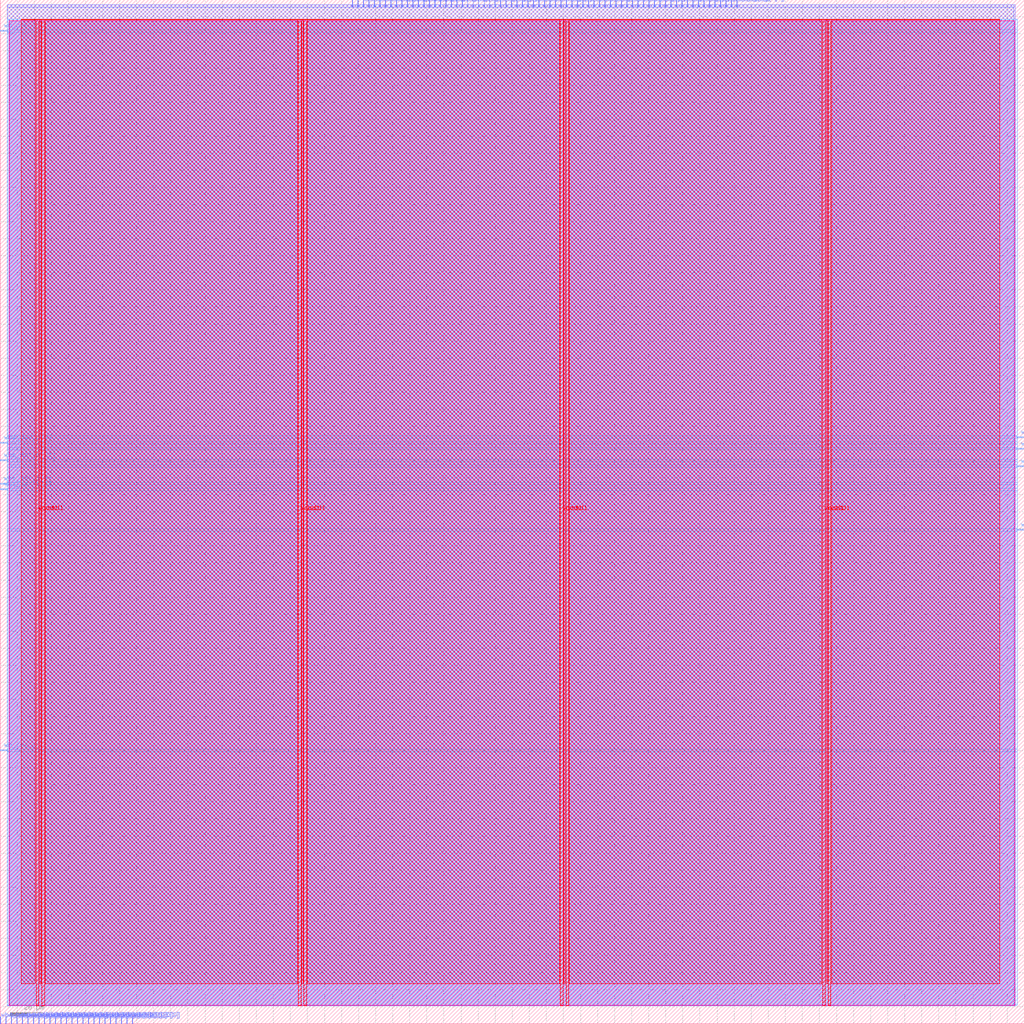
<source format=lef>
VERSION 5.7 ;
  NOWIREEXTENSIONATPIN ON ;
  DIVIDERCHAR "/" ;
  BUSBITCHARS "[]" ;
MACRO ffram_WB_Wrapper
  CLASS BLOCK ;
  FOREIGN ffram_WB_Wrapper ;
  ORIGIN 0.000 0.000 ;
  SIZE 600.000 BY 600.000 ;
  PIN vccd1
    DIRECTION INOUT ;
    USE POWER ;
    PORT
      LAYER met4 ;
        RECT 21.040 10.640 22.640 587.760 ;
    END
    PORT
      LAYER met4 ;
        RECT 174.640 10.640 176.240 587.760 ;
    END
    PORT
      LAYER met4 ;
        RECT 328.240 10.640 329.840 587.760 ;
    END
    PORT
      LAYER met4 ;
        RECT 481.840 10.640 483.440 587.760 ;
    END
  END vccd1
  PIN vssd1
    DIRECTION INOUT ;
    USE GROUND ;
    PORT
      LAYER met4 ;
        RECT 24.340 10.640 25.940 587.760 ;
    END
    PORT
      LAYER met4 ;
        RECT 177.940 10.640 179.540 587.760 ;
    END
    PORT
      LAYER met4 ;
        RECT 331.540 10.640 333.140 587.760 ;
    END
    PORT
      LAYER met4 ;
        RECT 485.140 10.640 486.740 587.760 ;
    END
  END vssd1
  PIN wb_clk_i
    DIRECTION INPUT ;
    USE SIGNAL ;
    ANTENNAGATEAREA 0.852000 ;
    ANTENNADIFFAREA 0.434700 ;
    PORT
      LAYER met3 ;
        RECT 0.000 581.440 4.000 582.040 ;
    END
  END wb_clk_i
  PIN wb_rst_i
    DIRECTION INPUT ;
    USE SIGNAL ;
    ANTENNAGATEAREA 0.196500 ;
    ANTENNADIFFAREA 0.434700 ;
    PORT
      LAYER met3 ;
        RECT 0.000 159.840 4.000 160.440 ;
    END
  END wb_rst_i
  PIN wbs_ack_o
    DIRECTION OUTPUT ;
    USE SIGNAL ;
    ANTENNADIFFAREA 0.795200 ;
    PORT
      LAYER met2 ;
        RECT 206.170 596.000 206.450 600.000 ;
    END
  END wbs_ack_o
  PIN wbs_adr_i[0]
    DIRECTION INPUT ;
    USE SIGNAL ;
    PORT
      LAYER met2 ;
        RECT 0.090 0.000 0.370 4.000 ;
    END
  END wbs_adr_i[0]
  PIN wbs_adr_i[10]
    DIRECTION INPUT ;
    USE SIGNAL ;
    PORT
      LAYER met2 ;
        RECT 3.310 0.000 3.590 4.000 ;
    END
  END wbs_adr_i[10]
  PIN wbs_adr_i[11]
    DIRECTION INPUT ;
    USE SIGNAL ;
    PORT
      LAYER met2 ;
        RECT 6.530 0.000 6.810 4.000 ;
    END
  END wbs_adr_i[11]
  PIN wbs_adr_i[12]
    DIRECTION INPUT ;
    USE SIGNAL ;
    PORT
      LAYER met2 ;
        RECT 9.750 0.000 10.030 4.000 ;
    END
  END wbs_adr_i[12]
  PIN wbs_adr_i[13]
    DIRECTION INPUT ;
    USE SIGNAL ;
    PORT
      LAYER met2 ;
        RECT 12.970 0.000 13.250 4.000 ;
    END
  END wbs_adr_i[13]
  PIN wbs_adr_i[14]
    DIRECTION INPUT ;
    USE SIGNAL ;
    PORT
      LAYER met2 ;
        RECT 16.190 0.000 16.470 4.000 ;
    END
  END wbs_adr_i[14]
  PIN wbs_adr_i[15]
    DIRECTION INPUT ;
    USE SIGNAL ;
    PORT
      LAYER met2 ;
        RECT 19.410 0.000 19.690 4.000 ;
    END
  END wbs_adr_i[15]
  PIN wbs_adr_i[16]
    DIRECTION INPUT ;
    USE SIGNAL ;
    PORT
      LAYER met2 ;
        RECT 22.630 0.000 22.910 4.000 ;
    END
  END wbs_adr_i[16]
  PIN wbs_adr_i[17]
    DIRECTION INPUT ;
    USE SIGNAL ;
    PORT
      LAYER met2 ;
        RECT 25.850 0.000 26.130 4.000 ;
    END
  END wbs_adr_i[17]
  PIN wbs_adr_i[18]
    DIRECTION INPUT ;
    USE SIGNAL ;
    PORT
      LAYER met2 ;
        RECT 29.070 0.000 29.350 4.000 ;
    END
  END wbs_adr_i[18]
  PIN wbs_adr_i[19]
    DIRECTION INPUT ;
    USE SIGNAL ;
    PORT
      LAYER met2 ;
        RECT 32.290 0.000 32.570 4.000 ;
    END
  END wbs_adr_i[19]
  PIN wbs_adr_i[1]
    DIRECTION INPUT ;
    USE SIGNAL ;
    PORT
      LAYER met2 ;
        RECT 35.510 0.000 35.790 4.000 ;
    END
  END wbs_adr_i[1]
  PIN wbs_adr_i[20]
    DIRECTION INPUT ;
    USE SIGNAL ;
    PORT
      LAYER met2 ;
        RECT 38.730 0.000 39.010 4.000 ;
    END
  END wbs_adr_i[20]
  PIN wbs_adr_i[21]
    DIRECTION INPUT ;
    USE SIGNAL ;
    PORT
      LAYER met2 ;
        RECT 41.950 0.000 42.230 4.000 ;
    END
  END wbs_adr_i[21]
  PIN wbs_adr_i[22]
    DIRECTION INPUT ;
    USE SIGNAL ;
    PORT
      LAYER met2 ;
        RECT 45.170 0.000 45.450 4.000 ;
    END
  END wbs_adr_i[22]
  PIN wbs_adr_i[23]
    DIRECTION INPUT ;
    USE SIGNAL ;
    PORT
      LAYER met2 ;
        RECT 48.390 0.000 48.670 4.000 ;
    END
  END wbs_adr_i[23]
  PIN wbs_adr_i[24]
    DIRECTION INPUT ;
    USE SIGNAL ;
    PORT
      LAYER met2 ;
        RECT 51.610 0.000 51.890 4.000 ;
    END
  END wbs_adr_i[24]
  PIN wbs_adr_i[25]
    DIRECTION INPUT ;
    USE SIGNAL ;
    PORT
      LAYER met2 ;
        RECT 54.830 0.000 55.110 4.000 ;
    END
  END wbs_adr_i[25]
  PIN wbs_adr_i[26]
    DIRECTION INPUT ;
    USE SIGNAL ;
    PORT
      LAYER met2 ;
        RECT 58.050 0.000 58.330 4.000 ;
    END
  END wbs_adr_i[26]
  PIN wbs_adr_i[27]
    DIRECTION INPUT ;
    USE SIGNAL ;
    PORT
      LAYER met2 ;
        RECT 61.270 0.000 61.550 4.000 ;
    END
  END wbs_adr_i[27]
  PIN wbs_adr_i[28]
    DIRECTION INPUT ;
    USE SIGNAL ;
    PORT
      LAYER met2 ;
        RECT 64.490 0.000 64.770 4.000 ;
    END
  END wbs_adr_i[28]
  PIN wbs_adr_i[29]
    DIRECTION INPUT ;
    USE SIGNAL ;
    PORT
      LAYER met2 ;
        RECT 67.710 0.000 67.990 4.000 ;
    END
  END wbs_adr_i[29]
  PIN wbs_adr_i[2]
    DIRECTION INPUT ;
    USE SIGNAL ;
    ANTENNAGATEAREA 0.213000 ;
    ANTENNADIFFAREA 0.434700 ;
    PORT
      LAYER met2 ;
        RECT 215.830 596.000 216.110 600.000 ;
    END
  END wbs_adr_i[2]
  PIN wbs_adr_i[30]
    DIRECTION INPUT ;
    USE SIGNAL ;
    PORT
      LAYER met2 ;
        RECT 70.930 0.000 71.210 4.000 ;
    END
  END wbs_adr_i[30]
  PIN wbs_adr_i[31]
    DIRECTION INPUT ;
    USE SIGNAL ;
    PORT
      LAYER met2 ;
        RECT 74.150 0.000 74.430 4.000 ;
    END
  END wbs_adr_i[31]
  PIN wbs_adr_i[3]
    DIRECTION INPUT ;
    USE SIGNAL ;
    ANTENNAGATEAREA 0.159000 ;
    ANTENNADIFFAREA 0.434700 ;
    PORT
      LAYER met3 ;
        RECT 596.000 289.040 600.000 289.640 ;
    END
  END wbs_adr_i[3]
  PIN wbs_adr_i[4]
    DIRECTION INPUT ;
    USE SIGNAL ;
    ANTENNAGATEAREA 0.213000 ;
    ANTENNADIFFAREA 0.434700 ;
    PORT
      LAYER met3 ;
        RECT 0.000 316.240 4.000 316.840 ;
    END
  END wbs_adr_i[4]
  PIN wbs_adr_i[5]
    DIRECTION INPUT ;
    USE SIGNAL ;
    ANTENNAGATEAREA 0.159000 ;
    ANTENNADIFFAREA 0.434700 ;
    PORT
      LAYER met3 ;
        RECT 0.000 312.840 4.000 313.440 ;
    END
  END wbs_adr_i[5]
  PIN wbs_adr_i[6]
    DIRECTION INPUT ;
    USE SIGNAL ;
    ANTENNAGATEAREA 0.213000 ;
    ANTENNADIFFAREA 0.434700 ;
    PORT
      LAYER met2 ;
        RECT 273.790 596.000 274.070 600.000 ;
    END
  END wbs_adr_i[6]
  PIN wbs_adr_i[7]
    DIRECTION INPUT ;
    USE SIGNAL ;
    ANTENNAGATEAREA 0.213000 ;
    ANTENNADIFFAREA 0.434700 ;
    PORT
      LAYER met2 ;
        RECT 283.450 596.000 283.730 600.000 ;
    END
  END wbs_adr_i[7]
  PIN wbs_adr_i[8]
    DIRECTION INPUT ;
    USE SIGNAL ;
    ANTENNAGATEAREA 0.213000 ;
    ANTENNADIFFAREA 0.434700 ;
    PORT
      LAYER met2 ;
        RECT 286.670 596.000 286.950 600.000 ;
    END
  END wbs_adr_i[8]
  PIN wbs_adr_i[9]
    DIRECTION INPUT ;
    USE SIGNAL ;
    PORT
      LAYER met2 ;
        RECT 77.370 0.000 77.650 4.000 ;
    END
  END wbs_adr_i[9]
  PIN wbs_cyc_i
    DIRECTION INPUT ;
    USE SIGNAL ;
    ANTENNAGATEAREA 0.213000 ;
    ANTENNADIFFAREA 0.434700 ;
    PORT
      LAYER met2 ;
        RECT 302.770 596.000 303.050 600.000 ;
    END
  END wbs_cyc_i
  PIN wbs_dat_i[0]
    DIRECTION INPUT ;
    USE SIGNAL ;
    ANTENNAGATEAREA 0.213000 ;
    ANTENNADIFFAREA 0.434700 ;
    PORT
      LAYER met2 ;
        RECT 431.570 596.000 431.850 600.000 ;
    END
  END wbs_dat_i[0]
  PIN wbs_dat_i[10]
    DIRECTION INPUT ;
    USE SIGNAL ;
    ANTENNAGATEAREA 0.196500 ;
    ANTENNADIFFAREA 0.434700 ;
    PORT
      LAYER met2 ;
        RECT 425.130 596.000 425.410 600.000 ;
    END
  END wbs_dat_i[10]
  PIN wbs_dat_i[11]
    DIRECTION INPUT ;
    USE SIGNAL ;
    ANTENNAGATEAREA 0.213000 ;
    ANTENNADIFFAREA 0.434700 ;
    PORT
      LAYER met2 ;
        RECT 325.310 596.000 325.590 600.000 ;
    END
  END wbs_dat_i[11]
  PIN wbs_dat_i[12]
    DIRECTION INPUT ;
    USE SIGNAL ;
    ANTENNAGATEAREA 0.196500 ;
    ANTENNADIFFAREA 0.434700 ;
    PORT
      LAYER met2 ;
        RECT 389.710 596.000 389.990 600.000 ;
    END
  END wbs_dat_i[12]
  PIN wbs_dat_i[13]
    DIRECTION INPUT ;
    USE SIGNAL ;
    ANTENNAGATEAREA 0.196500 ;
    ANTENNADIFFAREA 0.434700 ;
    PORT
      LAYER met2 ;
        RECT 322.090 596.000 322.370 600.000 ;
    END
  END wbs_dat_i[13]
  PIN wbs_dat_i[14]
    DIRECTION INPUT ;
    USE SIGNAL ;
    ANTENNAGATEAREA 0.213000 ;
    ANTENNADIFFAREA 0.434700 ;
    PORT
      LAYER met2 ;
        RECT 386.490 596.000 386.770 600.000 ;
    END
  END wbs_dat_i[14]
  PIN wbs_dat_i[15]
    DIRECTION INPUT ;
    USE SIGNAL ;
    ANTENNAGATEAREA 0.126000 ;
    ANTENNADIFFAREA 0.434700 ;
    PORT
      LAYER met2 ;
        RECT 331.750 596.000 332.030 600.000 ;
    END
  END wbs_dat_i[15]
  PIN wbs_dat_i[16]
    DIRECTION INPUT ;
    USE SIGNAL ;
    ANTENNAGATEAREA 0.213000 ;
    ANTENNADIFFAREA 0.434700 ;
    PORT
      LAYER met2 ;
        RECT 299.550 596.000 299.830 600.000 ;
    END
  END wbs_dat_i[16]
  PIN wbs_dat_i[17]
    DIRECTION INPUT ;
    USE SIGNAL ;
    ANTENNAGATEAREA 0.159000 ;
    ANTENNADIFFAREA 0.434700 ;
    PORT
      LAYER met2 ;
        RECT 248.030 596.000 248.310 600.000 ;
    END
  END wbs_dat_i[17]
  PIN wbs_dat_i[18]
    DIRECTION INPUT ;
    USE SIGNAL ;
    ANTENNAGATEAREA 0.196500 ;
    ANTENNADIFFAREA 0.434700 ;
    PORT
      LAYER met2 ;
        RECT 305.990 596.000 306.270 600.000 ;
    END
  END wbs_dat_i[18]
  PIN wbs_dat_i[19]
    DIRECTION INPUT ;
    USE SIGNAL ;
    ANTENNAGATEAREA 0.126000 ;
    ANTENNADIFFAREA 0.434700 ;
    PORT
      LAYER met2 ;
        RECT 270.570 596.000 270.850 600.000 ;
    END
  END wbs_dat_i[19]
  PIN wbs_dat_i[1]
    DIRECTION INPUT ;
    USE SIGNAL ;
    ANTENNAGATEAREA 0.196500 ;
    ANTENNADIFFAREA 0.434700 ;
    PORT
      LAYER met2 ;
        RECT 315.650 596.000 315.930 600.000 ;
    END
  END wbs_dat_i[1]
  PIN wbs_dat_i[20]
    DIRECTION INPUT ;
    USE SIGNAL ;
    ANTENNAGATEAREA 0.213000 ;
    ANTENNADIFFAREA 0.434700 ;
    PORT
      LAYER met2 ;
        RECT 309.210 596.000 309.490 600.000 ;
    END
  END wbs_dat_i[20]
  PIN wbs_dat_i[21]
    DIRECTION INPUT ;
    USE SIGNAL ;
    ANTENNAGATEAREA 0.196500 ;
    ANTENNADIFFAREA 0.434700 ;
    PORT
      LAYER met2 ;
        RECT 231.930 596.000 232.210 600.000 ;
    END
  END wbs_dat_i[21]
  PIN wbs_dat_i[22]
    DIRECTION INPUT ;
    USE SIGNAL ;
    ANTENNAGATEAREA 0.213000 ;
    ANTENNADIFFAREA 0.434700 ;
    PORT
      LAYER met2 ;
        RECT 241.590 596.000 241.870 600.000 ;
    END
  END wbs_dat_i[22]
  PIN wbs_dat_i[23]
    DIRECTION INPUT ;
    USE SIGNAL ;
    ANTENNAGATEAREA 0.126000 ;
    ANTENNADIFFAREA 0.434700 ;
    PORT
      LAYER met2 ;
        RECT 225.490 596.000 225.770 600.000 ;
    END
  END wbs_dat_i[23]
  PIN wbs_dat_i[24]
    DIRECTION INPUT ;
    USE SIGNAL ;
    ANTENNAGATEAREA 0.196500 ;
    ANTENNADIFFAREA 0.434700 ;
    PORT
      LAYER met2 ;
        RECT 334.970 596.000 335.250 600.000 ;
    END
  END wbs_dat_i[24]
  PIN wbs_dat_i[25]
    DIRECTION INPUT ;
    USE SIGNAL ;
    ANTENNAGATEAREA 0.213000 ;
    ANTENNADIFFAREA 0.434700 ;
    PORT
      LAYER met2 ;
        RECT 428.350 596.000 428.630 600.000 ;
    END
  END wbs_dat_i[25]
  PIN wbs_dat_i[26]
    DIRECTION INPUT ;
    USE SIGNAL ;
    ANTENNAGATEAREA 0.196500 ;
    ANTENNADIFFAREA 0.434700 ;
    PORT
      LAYER met2 ;
        RECT 289.890 596.000 290.170 600.000 ;
    END
  END wbs_dat_i[26]
  PIN wbs_dat_i[27]
    DIRECTION INPUT ;
    USE SIGNAL ;
    ANTENNAGATEAREA 0.213000 ;
    ANTENNADIFFAREA 0.434700 ;
    PORT
      LAYER met2 ;
        RECT 376.830 596.000 377.110 600.000 ;
    END
  END wbs_dat_i[27]
  PIN wbs_dat_i[28]
    DIRECTION INPUT ;
    USE SIGNAL ;
    ANTENNAGATEAREA 0.196500 ;
    ANTENNADIFFAREA 0.434700 ;
    PORT
      LAYER met2 ;
        RECT 409.030 596.000 409.310 600.000 ;
    END
  END wbs_dat_i[28]
  PIN wbs_dat_i[29]
    DIRECTION INPUT ;
    USE SIGNAL ;
    ANTENNAGATEAREA 0.196500 ;
    ANTENNADIFFAREA 0.434700 ;
    PORT
      LAYER met2 ;
        RECT 328.530 596.000 328.810 600.000 ;
    END
  END wbs_dat_i[29]
  PIN wbs_dat_i[2]
    DIRECTION INPUT ;
    USE SIGNAL ;
    ANTENNAGATEAREA 0.196500 ;
    ANTENNADIFFAREA 0.434700 ;
    PORT
      LAYER met2 ;
        RECT 396.150 596.000 396.430 600.000 ;
    END
  END wbs_dat_i[2]
  PIN wbs_dat_i[30]
    DIRECTION INPUT ;
    USE SIGNAL ;
    ANTENNAGATEAREA 0.196500 ;
    ANTENNADIFFAREA 0.434700 ;
    PORT
      LAYER met2 ;
        RECT 412.250 596.000 412.530 600.000 ;
    END
  END wbs_dat_i[30]
  PIN wbs_dat_i[31]
    DIRECTION INPUT ;
    USE SIGNAL ;
    ANTENNAGATEAREA 0.196500 ;
    ANTENNADIFFAREA 0.434700 ;
    PORT
      LAYER met2 ;
        RECT 380.050 596.000 380.330 600.000 ;
    END
  END wbs_dat_i[31]
  PIN wbs_dat_i[3]
    DIRECTION INPUT ;
    USE SIGNAL ;
    ANTENNAGATEAREA 0.196500 ;
    ANTENNADIFFAREA 0.434700 ;
    PORT
      LAYER met2 ;
        RECT 399.370 596.000 399.650 600.000 ;
    END
  END wbs_dat_i[3]
  PIN wbs_dat_i[4]
    DIRECTION INPUT ;
    USE SIGNAL ;
    ANTENNAGATEAREA 0.213000 ;
    ANTENNADIFFAREA 0.434700 ;
    PORT
      LAYER met2 ;
        RECT 367.170 596.000 367.450 600.000 ;
    END
  END wbs_dat_i[4]
  PIN wbs_dat_i[5]
    DIRECTION INPUT ;
    USE SIGNAL ;
    ANTENNAGATEAREA 0.213000 ;
    ANTENNADIFFAREA 0.434700 ;
    PORT
      LAYER met2 ;
        RECT 421.910 596.000 422.190 600.000 ;
    END
  END wbs_dat_i[5]
  PIN wbs_dat_i[6]
    DIRECTION INPUT ;
    USE SIGNAL ;
    ANTENNAGATEAREA 0.196500 ;
    ANTENNADIFFAREA 0.434700 ;
    PORT
      LAYER met2 ;
        RECT 370.390 596.000 370.670 600.000 ;
    END
  END wbs_dat_i[6]
  PIN wbs_dat_i[7]
    DIRECTION INPUT ;
    USE SIGNAL ;
    ANTENNAGATEAREA 0.213000 ;
    ANTENNADIFFAREA 0.434700 ;
    PORT
      LAYER met2 ;
        RECT 402.590 596.000 402.870 600.000 ;
    END
  END wbs_dat_i[7]
  PIN wbs_dat_i[8]
    DIRECTION INPUT ;
    USE SIGNAL ;
    ANTENNAGATEAREA 0.196500 ;
    ANTENNADIFFAREA 0.434700 ;
    PORT
      LAYER met2 ;
        RECT 415.470 596.000 415.750 600.000 ;
    END
  END wbs_dat_i[8]
  PIN wbs_dat_i[9]
    DIRECTION INPUT ;
    USE SIGNAL ;
    ANTENNAGATEAREA 0.126000 ;
    ANTENNADIFFAREA 0.434700 ;
    PORT
      LAYER met2 ;
        RECT 392.930 596.000 393.210 600.000 ;
    END
  END wbs_dat_i[9]
  PIN wbs_dat_o[0]
    DIRECTION OUTPUT ;
    USE SIGNAL ;
    ANTENNADIFFAREA 0.795200 ;
    PORT
      LAYER met2 ;
        RECT 212.610 596.000 212.890 600.000 ;
    END
  END wbs_dat_o[0]
  PIN wbs_dat_o[10]
    DIRECTION OUTPUT ;
    USE SIGNAL ;
    ANTENNADIFFAREA 0.795200 ;
    PORT
      LAYER met2 ;
        RECT 360.730 596.000 361.010 600.000 ;
    END
  END wbs_dat_o[10]
  PIN wbs_dat_o[11]
    DIRECTION OUTPUT ;
    USE SIGNAL ;
    ANTENNADIFFAREA 0.795200 ;
    PORT
      LAYER met2 ;
        RECT 219.050 596.000 219.330 600.000 ;
    END
  END wbs_dat_o[11]
  PIN wbs_dat_o[12]
    DIRECTION OUTPUT ;
    USE SIGNAL ;
    ANTENNADIFFAREA 0.795200 ;
    PORT
      LAYER met2 ;
        RECT 363.950 596.000 364.230 600.000 ;
    END
  END wbs_dat_o[12]
  PIN wbs_dat_o[13]
    DIRECTION OUTPUT ;
    USE SIGNAL ;
    ANTENNADIFFAREA 0.795200 ;
    PORT
      LAYER met2 ;
        RECT 354.290 596.000 354.570 600.000 ;
    END
  END wbs_dat_o[13]
  PIN wbs_dat_o[14]
    DIRECTION OUTPUT ;
    USE SIGNAL ;
    ANTENNADIFFAREA 0.795200 ;
    PORT
      LAYER met2 ;
        RECT 418.690 596.000 418.970 600.000 ;
    END
  END wbs_dat_o[14]
  PIN wbs_dat_o[15]
    DIRECTION OUTPUT ;
    USE SIGNAL ;
    ANTENNADIFFAREA 0.445500 ;
    PORT
      LAYER met3 ;
        RECT 596.000 336.640 600.000 337.240 ;
    END
  END wbs_dat_o[15]
  PIN wbs_dat_o[16]
    DIRECTION OUTPUT ;
    USE SIGNAL ;
    ANTENNADIFFAREA 0.795200 ;
    PORT
      LAYER met2 ;
        RECT 254.470 596.000 254.750 600.000 ;
    END
  END wbs_dat_o[16]
  PIN wbs_dat_o[17]
    DIRECTION OUTPUT ;
    USE SIGNAL ;
    ANTENNADIFFAREA 0.795200 ;
    PORT
      LAYER met2 ;
        RECT 293.110 596.000 293.390 600.000 ;
    END
  END wbs_dat_o[17]
  PIN wbs_dat_o[18]
    DIRECTION OUTPUT ;
    USE SIGNAL ;
    ANTENNADIFFAREA 0.795200 ;
    PORT
      LAYER met2 ;
        RECT 351.070 596.000 351.350 600.000 ;
    END
  END wbs_dat_o[18]
  PIN wbs_dat_o[19]
    DIRECTION OUTPUT ;
    USE SIGNAL ;
    ANTENNADIFFAREA 0.445500 ;
    PORT
      LAYER met3 ;
        RECT 596.000 326.440 600.000 327.040 ;
    END
  END wbs_dat_o[19]
  PIN wbs_dat_o[1]
    DIRECTION OUTPUT ;
    USE SIGNAL ;
    ANTENNADIFFAREA 0.795200 ;
    PORT
      LAYER met2 ;
        RECT 312.430 596.000 312.710 600.000 ;
    END
  END wbs_dat_o[1]
  PIN wbs_dat_o[20]
    DIRECTION OUTPUT ;
    USE SIGNAL ;
    ANTENNADIFFAREA 0.445500 ;
    PORT
      LAYER met3 ;
        RECT 596.000 343.440 600.000 344.040 ;
    END
  END wbs_dat_o[20]
  PIN wbs_dat_o[21]
    DIRECTION OUTPUT ;
    USE SIGNAL ;
    ANTENNADIFFAREA 0.445500 ;
    PORT
      LAYER met3 ;
        RECT 0.000 329.840 4.000 330.440 ;
    END
  END wbs_dat_o[21]
  PIN wbs_dat_o[22]
    DIRECTION OUTPUT ;
    USE SIGNAL ;
    ANTENNADIFFAREA 0.795200 ;
    PORT
      LAYER met2 ;
        RECT 235.150 596.000 235.430 600.000 ;
    END
  END wbs_dat_o[22]
  PIN wbs_dat_o[23]
    DIRECTION OUTPUT ;
    USE SIGNAL ;
    ANTENNADIFFAREA 0.795200 ;
    PORT
      LAYER met2 ;
        RECT 357.510 596.000 357.790 600.000 ;
    END
  END wbs_dat_o[23]
  PIN wbs_dat_o[24]
    DIRECTION OUTPUT ;
    USE SIGNAL ;
    ANTENNADIFFAREA 0.795200 ;
    PORT
      LAYER met2 ;
        RECT 405.810 596.000 406.090 600.000 ;
    END
  END wbs_dat_o[24]
  PIN wbs_dat_o[25]
    DIRECTION OUTPUT ;
    USE SIGNAL ;
    ANTENNADIFFAREA 0.795200 ;
    PORT
      LAYER met2 ;
        RECT 347.850 596.000 348.130 600.000 ;
    END
  END wbs_dat_o[25]
  PIN wbs_dat_o[26]
    DIRECTION OUTPUT ;
    USE SIGNAL ;
    ANTENNADIFFAREA 0.795200 ;
    PORT
      LAYER met2 ;
        RECT 296.330 596.000 296.610 600.000 ;
    END
  END wbs_dat_o[26]
  PIN wbs_dat_o[27]
    DIRECTION OUTPUT ;
    USE SIGNAL ;
    ANTENNADIFFAREA 0.795200 ;
    PORT
      LAYER met2 ;
        RECT 260.910 596.000 261.190 600.000 ;
    END
  END wbs_dat_o[27]
  PIN wbs_dat_o[28]
    DIRECTION OUTPUT ;
    USE SIGNAL ;
    ANTENNADIFFAREA 0.795200 ;
    PORT
      LAYER met2 ;
        RECT 344.630 596.000 344.910 600.000 ;
    END
  END wbs_dat_o[28]
  PIN wbs_dat_o[29]
    DIRECTION OUTPUT ;
    USE SIGNAL ;
    ANTENNADIFFAREA 0.795200 ;
    PORT
      LAYER met2 ;
        RECT 338.190 596.000 338.470 600.000 ;
    END
  END wbs_dat_o[29]
  PIN wbs_dat_o[2]
    DIRECTION OUTPUT ;
    USE SIGNAL ;
    ANTENNADIFFAREA 0.795200 ;
    PORT
      LAYER met2 ;
        RECT 222.270 596.000 222.550 600.000 ;
    END
  END wbs_dat_o[2]
  PIN wbs_dat_o[30]
    DIRECTION OUTPUT ;
    USE SIGNAL ;
    ANTENNADIFFAREA 0.795200 ;
    PORT
      LAYER met2 ;
        RECT 228.710 596.000 228.990 600.000 ;
    END
  END wbs_dat_o[30]
  PIN wbs_dat_o[31]
    DIRECTION OUTPUT ;
    USE SIGNAL ;
    ANTENNADIFFAREA 0.795200 ;
    PORT
      LAYER met2 ;
        RECT 277.010 596.000 277.290 600.000 ;
    END
  END wbs_dat_o[31]
  PIN wbs_dat_o[3]
    DIRECTION OUTPUT ;
    USE SIGNAL ;
    ANTENNADIFFAREA 0.795200 ;
    PORT
      LAYER met2 ;
        RECT 244.810 596.000 245.090 600.000 ;
    END
  END wbs_dat_o[3]
  PIN wbs_dat_o[4]
    DIRECTION OUTPUT ;
    USE SIGNAL ;
    ANTENNADIFFAREA 0.795200 ;
    PORT
      LAYER met2 ;
        RECT 257.690 596.000 257.970 600.000 ;
    END
  END wbs_dat_o[4]
  PIN wbs_dat_o[5]
    DIRECTION OUTPUT ;
    USE SIGNAL ;
    ANTENNADIFFAREA 0.795200 ;
    PORT
      LAYER met2 ;
        RECT 251.250 596.000 251.530 600.000 ;
    END
  END wbs_dat_o[5]
  PIN wbs_dat_o[6]
    DIRECTION OUTPUT ;
    USE SIGNAL ;
    ANTENNADIFFAREA 0.795200 ;
    PORT
      LAYER met2 ;
        RECT 318.870 596.000 319.150 600.000 ;
    END
  END wbs_dat_o[6]
  PIN wbs_dat_o[7]
    DIRECTION OUTPUT ;
    USE SIGNAL ;
    ANTENNADIFFAREA 0.795200 ;
    PORT
      LAYER met2 ;
        RECT 264.130 596.000 264.410 600.000 ;
    END
  END wbs_dat_o[7]
  PIN wbs_dat_o[8]
    DIRECTION OUTPUT ;
    USE SIGNAL ;
    ANTENNADIFFAREA 0.795200 ;
    PORT
      LAYER met2 ;
        RECT 238.370 596.000 238.650 600.000 ;
    END
  END wbs_dat_o[8]
  PIN wbs_dat_o[9]
    DIRECTION OUTPUT ;
    USE SIGNAL ;
    ANTENNADIFFAREA 0.445500 ;
    PORT
      LAYER met3 ;
        RECT 0.000 340.040 4.000 340.640 ;
    END
  END wbs_dat_o[9]
  PIN wbs_sel_i[0]
    DIRECTION INPUT ;
    USE SIGNAL ;
    ANTENNAGATEAREA 0.196500 ;
    ANTENNADIFFAREA 0.434700 ;
    PORT
      LAYER met2 ;
        RECT 341.410 596.000 341.690 600.000 ;
    END
  END wbs_sel_i[0]
  PIN wbs_sel_i[1]
    DIRECTION INPUT ;
    USE SIGNAL ;
    ANTENNAGATEAREA 0.196500 ;
    ANTENNADIFFAREA 0.434700 ;
    PORT
      LAYER met2 ;
        RECT 383.270 596.000 383.550 600.000 ;
    END
  END wbs_sel_i[1]
  PIN wbs_sel_i[2]
    DIRECTION INPUT ;
    USE SIGNAL ;
    ANTENNAGATEAREA 0.126000 ;
    ANTENNADIFFAREA 0.434700 ;
    PORT
      LAYER met2 ;
        RECT 280.230 596.000 280.510 600.000 ;
    END
  END wbs_sel_i[2]
  PIN wbs_sel_i[3]
    DIRECTION INPUT ;
    USE SIGNAL ;
    ANTENNAGATEAREA 0.196500 ;
    ANTENNADIFFAREA 0.434700 ;
    PORT
      LAYER met2 ;
        RECT 373.610 596.000 373.890 600.000 ;
    END
  END wbs_sel_i[3]
  PIN wbs_stb_i
    DIRECTION INPUT ;
    USE SIGNAL ;
    ANTENNAGATEAREA 0.126000 ;
    ANTENNADIFFAREA 0.434700 ;
    PORT
      LAYER met2 ;
        RECT 209.390 596.000 209.670 600.000 ;
    END
  END wbs_stb_i
  PIN wbs_we_i
    DIRECTION INPUT ;
    USE SIGNAL ;
    ANTENNAGATEAREA 0.196500 ;
    ANTENNADIFFAREA 0.434700 ;
    PORT
      LAYER met2 ;
        RECT 267.350 596.000 267.630 600.000 ;
    END
  END wbs_we_i
  OBS
      LAYER nwell ;
        RECT 5.330 10.795 594.510 587.605 ;
      LAYER li1 ;
        RECT 5.520 10.795 594.320 587.605 ;
      LAYER met1 ;
        RECT 4.210 10.640 594.620 597.000 ;
      LAYER met2 ;
        RECT 4.230 595.720 205.890 597.030 ;
        RECT 206.730 595.720 209.110 597.030 ;
        RECT 209.950 595.720 212.330 597.030 ;
        RECT 213.170 595.720 215.550 597.030 ;
        RECT 216.390 595.720 218.770 597.030 ;
        RECT 219.610 595.720 221.990 597.030 ;
        RECT 222.830 595.720 225.210 597.030 ;
        RECT 226.050 595.720 228.430 597.030 ;
        RECT 229.270 595.720 231.650 597.030 ;
        RECT 232.490 595.720 234.870 597.030 ;
        RECT 235.710 595.720 238.090 597.030 ;
        RECT 238.930 595.720 241.310 597.030 ;
        RECT 242.150 595.720 244.530 597.030 ;
        RECT 245.370 595.720 247.750 597.030 ;
        RECT 248.590 595.720 250.970 597.030 ;
        RECT 251.810 595.720 254.190 597.030 ;
        RECT 255.030 595.720 257.410 597.030 ;
        RECT 258.250 595.720 260.630 597.030 ;
        RECT 261.470 595.720 263.850 597.030 ;
        RECT 264.690 595.720 267.070 597.030 ;
        RECT 267.910 595.720 270.290 597.030 ;
        RECT 271.130 595.720 273.510 597.030 ;
        RECT 274.350 595.720 276.730 597.030 ;
        RECT 277.570 595.720 279.950 597.030 ;
        RECT 280.790 595.720 283.170 597.030 ;
        RECT 284.010 595.720 286.390 597.030 ;
        RECT 287.230 595.720 289.610 597.030 ;
        RECT 290.450 595.720 292.830 597.030 ;
        RECT 293.670 595.720 296.050 597.030 ;
        RECT 296.890 595.720 299.270 597.030 ;
        RECT 300.110 595.720 302.490 597.030 ;
        RECT 303.330 595.720 305.710 597.030 ;
        RECT 306.550 595.720 308.930 597.030 ;
        RECT 309.770 595.720 312.150 597.030 ;
        RECT 312.990 595.720 315.370 597.030 ;
        RECT 316.210 595.720 318.590 597.030 ;
        RECT 319.430 595.720 321.810 597.030 ;
        RECT 322.650 595.720 325.030 597.030 ;
        RECT 325.870 595.720 328.250 597.030 ;
        RECT 329.090 595.720 331.470 597.030 ;
        RECT 332.310 595.720 334.690 597.030 ;
        RECT 335.530 595.720 337.910 597.030 ;
        RECT 338.750 595.720 341.130 597.030 ;
        RECT 341.970 595.720 344.350 597.030 ;
        RECT 345.190 595.720 347.570 597.030 ;
        RECT 348.410 595.720 350.790 597.030 ;
        RECT 351.630 595.720 354.010 597.030 ;
        RECT 354.850 595.720 357.230 597.030 ;
        RECT 358.070 595.720 360.450 597.030 ;
        RECT 361.290 595.720 363.670 597.030 ;
        RECT 364.510 595.720 366.890 597.030 ;
        RECT 367.730 595.720 370.110 597.030 ;
        RECT 370.950 595.720 373.330 597.030 ;
        RECT 374.170 595.720 376.550 597.030 ;
        RECT 377.390 595.720 379.770 597.030 ;
        RECT 380.610 595.720 382.990 597.030 ;
        RECT 383.830 595.720 386.210 597.030 ;
        RECT 387.050 595.720 389.430 597.030 ;
        RECT 390.270 595.720 392.650 597.030 ;
        RECT 393.490 595.720 395.870 597.030 ;
        RECT 396.710 595.720 399.090 597.030 ;
        RECT 399.930 595.720 402.310 597.030 ;
        RECT 403.150 595.720 405.530 597.030 ;
        RECT 406.370 595.720 408.750 597.030 ;
        RECT 409.590 595.720 411.970 597.030 ;
        RECT 412.810 595.720 415.190 597.030 ;
        RECT 416.030 595.720 418.410 597.030 ;
        RECT 419.250 595.720 421.630 597.030 ;
        RECT 422.470 595.720 424.850 597.030 ;
        RECT 425.690 595.720 428.070 597.030 ;
        RECT 428.910 595.720 431.290 597.030 ;
        RECT 432.130 595.720 593.770 597.030 ;
        RECT 4.230 10.695 593.770 595.720 ;
      LAYER met3 ;
        RECT 3.990 582.440 596.000 588.705 ;
        RECT 4.400 581.040 596.000 582.440 ;
        RECT 3.990 344.440 596.000 581.040 ;
        RECT 3.990 343.040 595.600 344.440 ;
        RECT 3.990 341.040 596.000 343.040 ;
        RECT 4.400 339.640 596.000 341.040 ;
        RECT 3.990 337.640 596.000 339.640 ;
        RECT 3.990 336.240 595.600 337.640 ;
        RECT 3.990 330.840 596.000 336.240 ;
        RECT 4.400 329.440 596.000 330.840 ;
        RECT 3.990 327.440 596.000 329.440 ;
        RECT 3.990 326.040 595.600 327.440 ;
        RECT 3.990 317.240 596.000 326.040 ;
        RECT 4.400 315.840 596.000 317.240 ;
        RECT 3.990 313.840 596.000 315.840 ;
        RECT 4.400 312.440 596.000 313.840 ;
        RECT 3.990 290.040 596.000 312.440 ;
        RECT 3.990 288.640 595.600 290.040 ;
        RECT 3.990 160.840 596.000 288.640 ;
        RECT 4.400 159.440 596.000 160.840 ;
        RECT 3.990 10.715 596.000 159.440 ;
      LAYER met4 ;
        RECT 12.255 588.160 585.745 588.705 ;
        RECT 12.255 23.295 20.640 588.160 ;
        RECT 23.040 23.295 23.940 588.160 ;
        RECT 26.340 23.295 174.240 588.160 ;
        RECT 176.640 23.295 177.540 588.160 ;
        RECT 179.940 23.295 327.840 588.160 ;
        RECT 330.240 23.295 331.140 588.160 ;
        RECT 333.540 23.295 481.440 588.160 ;
        RECT 483.840 23.295 484.740 588.160 ;
        RECT 487.140 23.295 585.745 588.160 ;
  END
END ffram_WB_Wrapper
END LIBRARY


</source>
